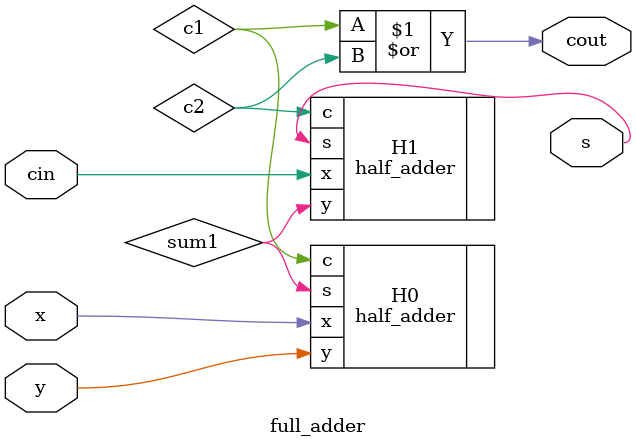
<source format=v>
module full_adder (
input x ,y ,cin,
output s,cout
);

wire sum1,c1,c2;

half_adder H0 (.x(x), .y(y), .s(sum1), .c(c1));
half_adder H1 (.x(cin), .y(sum1), .s(s), .c(c2));
assign cout = c1 | c2;
endmodule

</source>
